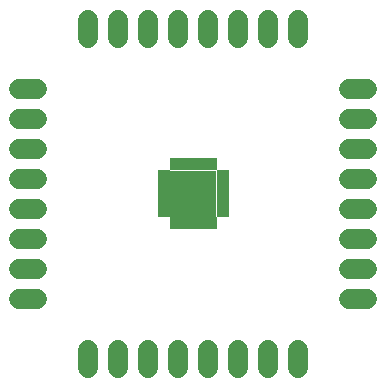
<source format=gbr>
G04 EAGLE Gerber RS-274X export*
G75*
%MOMM*%
%FSLAX34Y34*%
%LPD*%
%INSoldermask Top*%
%IPPOS*%
%AMOC8*
5,1,8,0,0,1.08239X$1,22.5*%
G01*
%ADD10R,1.003200X0.503200*%
%ADD11R,0.503200X1.003200*%
%ADD12R,3.953200X3.953200*%
%ADD13C,1.727200*%


D10*
X483000Y449300D03*
X483000Y444300D03*
X483000Y439300D03*
X483000Y434300D03*
X483000Y429300D03*
X483000Y424300D03*
X483000Y419300D03*
X483000Y414300D03*
D11*
X490500Y406800D03*
X495500Y406800D03*
X500500Y406800D03*
X505500Y406800D03*
X510500Y406800D03*
X515500Y406800D03*
X520500Y406800D03*
X525500Y406800D03*
D10*
X533000Y414300D03*
X533000Y419300D03*
X533000Y424300D03*
X533000Y429300D03*
X533000Y434300D03*
X533000Y439300D03*
X533000Y444300D03*
X533000Y449300D03*
D11*
X525500Y456800D03*
X520500Y456800D03*
X515500Y456800D03*
X510500Y456800D03*
X505500Y456800D03*
X500500Y456800D03*
X495500Y456800D03*
X490500Y456800D03*
D12*
X508000Y431800D03*
D13*
X375920Y368300D02*
X360680Y368300D01*
X360680Y393700D02*
X375920Y393700D01*
X375920Y419100D02*
X360680Y419100D01*
X360680Y444500D02*
X375920Y444500D01*
X375920Y469900D02*
X360680Y469900D01*
X360680Y495300D02*
X375920Y495300D01*
X375920Y520700D02*
X360680Y520700D01*
X360680Y342900D02*
X375920Y342900D01*
X640080Y368300D02*
X655320Y368300D01*
X655320Y393700D02*
X640080Y393700D01*
X640080Y419100D02*
X655320Y419100D01*
X655320Y444500D02*
X640080Y444500D01*
X640080Y469900D02*
X655320Y469900D01*
X655320Y495300D02*
X640080Y495300D01*
X640080Y520700D02*
X655320Y520700D01*
X655320Y342900D02*
X640080Y342900D01*
X571500Y299720D02*
X571500Y284480D01*
X546100Y284480D02*
X546100Y299720D01*
X520700Y299720D02*
X520700Y284480D01*
X495300Y284480D02*
X495300Y299720D01*
X469900Y299720D02*
X469900Y284480D01*
X444500Y284480D02*
X444500Y299720D01*
X419100Y299720D02*
X419100Y284480D01*
X596900Y284480D02*
X596900Y299720D01*
X571500Y563880D02*
X571500Y579120D01*
X546100Y579120D02*
X546100Y563880D01*
X520700Y563880D02*
X520700Y579120D01*
X495300Y579120D02*
X495300Y563880D01*
X469900Y563880D02*
X469900Y579120D01*
X444500Y579120D02*
X444500Y563880D01*
X419100Y563880D02*
X419100Y579120D01*
X596900Y579120D02*
X596900Y563880D01*
M02*

</source>
